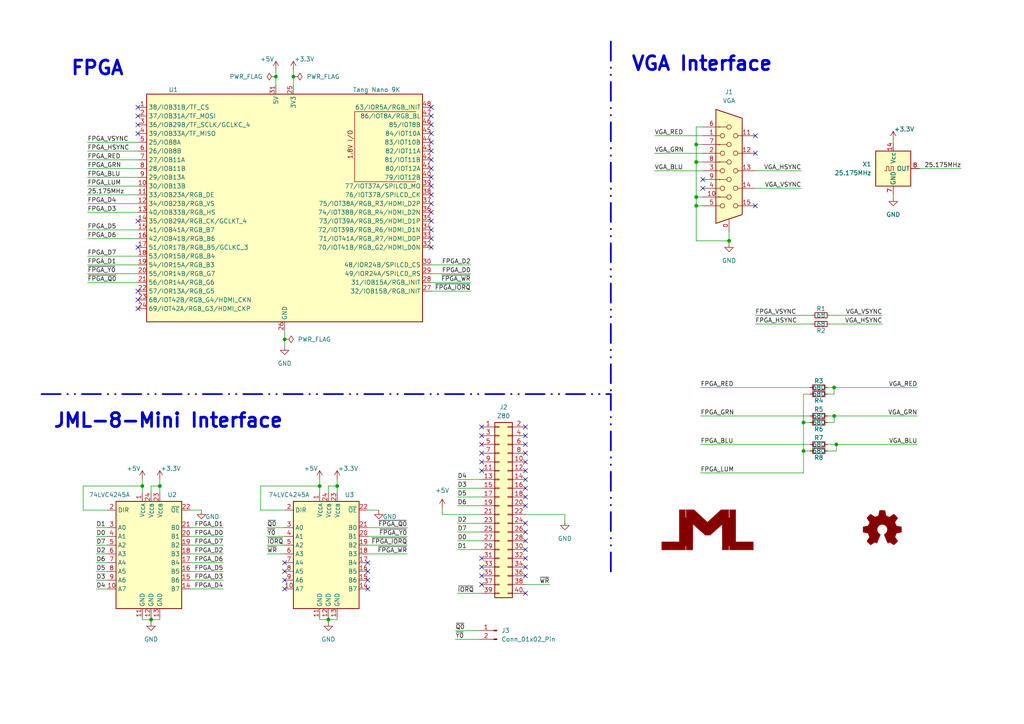
<source format=kicad_sch>
(kicad_sch (version 20230121) (generator eeschema)
  (paper "A4")
  (title_block (title "JML-8-Mini VGA Daughterboard") (date "2024-01-20") (rev "A") (company "https://github.com/jac-oblong/JML") (comment 1 "FPGA based VGA board for JML-8-Mini") (comment 3 "Released under MIT License") (comment 4 "Created by: Jacob Long (https://github.com/jac-oblong)"))
  (lib_symbols
    (symbol "74LVC4245A_1"
      (property "Reference" "U" (at 6.35 16.51 0))
      (symbol "74LVC4245A_1_1_1"
        (rectangle (start -10.16 15.24) (end 8.89 -15.875) (stroke (width 0.25)) (fill (type background)))
        (pin power_in line (at -2.54 17.78 270) (length 2.54) (name "V_{CCA}") (number "1"))
        (pin tri_state line (at -12.7 -10.16 0) (length 2.54) (name "A7") (number "10"))
        (pin power_in line (at -2.54 -18.415 90) (length 2.54) (name "GND") (number "11"))
        (pin power_in line (at 0 -18.415 90) (length 2.54) (name "GND") (number "12"))
        (pin power_in line (at 2.54 -18.415 90) (length 2.54) (name "GND") (number "13"))
        (pin tri_state line (at 11.43 -10.16 180) (length 2.54) (name "B7") (number "14"))
        (pin tri_state line (at 11.43 -7.62 180) (length 2.54) (name "B6") (number "15"))
        (pin tri_state line (at 11.43 -5.08 180) (length 2.54) (name "B5") (number "16"))
        (pin tri_state line (at 11.43 -2.54 180) (length 2.54) (name "B4") (number "17"))
        (pin tri_state line (at 11.43 0 180) (length 2.54) (name "B3") (number "18"))
        (pin tri_state line (at 11.43 2.54 180) (length 2.54) (name "B2") (number "19"))
        (pin input line (at -12.7 12.7 0) (length 2.54) (name "DIR") (number "2"))
        (pin tri_state line (at 11.43 5.08 180) (length 2.54) (name "B1") (number "20"))
        (pin tri_state line (at 11.43 7.62 180) (length 2.54) (name "B0") (number "21"))
        (pin input line (at 11.43 12.7 180) (length 2.54) (name "~{OE}") (number "22"))
        (pin power_in line (at 2.54 17.78 270) (length 2.54) (name "V_{CCB}") (number "23"))
        (pin power_in line (at 0 17.78 270) (length 2.54) (name "V_{CCB}") (number "24"))
        (pin tri_state line (at -12.7 7.62 0) (length 2.54) (name "A0") (number "3"))
        (pin tri_state line (at -12.7 5.08 0) (length 2.54) (name "A1") (number "4"))
        (pin tri_state line (at -12.7 2.54 0) (length 2.54) (name "A2") (number "5"))
        (pin tri_state line (at -12.7 0 0) (length 2.54) (name "A3") (number "6"))
        (pin tri_state line (at -12.7 -2.54 0) (length 2.54) (name "A4") (number "7"))
        (pin tri_state line (at -12.7 -5.08 0) (length 2.54) (name "A5") (number "8"))
        (pin tri_state line (at -12.7 -7.62 0) (length 2.54) (name "A6") (number "9"))
      )
    )
    (symbol "Connector:Conn_01x02_Pin" (pin_names (offset 1.016) hide)
      (property "Reference" "J" (at 0 2.54 0))
      (property "Value" "Conn_01x02_Pin" (at 0 -5.08 0))
      (symbol "Conn_01x02_Pin_1_1"
        (polyline (pts (xy 1.27 -2.54) (xy 0.8636 -2.54)) (stroke (width 0.1524)))
        (polyline (pts (xy 1.27 0) (xy 0.8636 0)) (stroke (width 0.1524)))
        (rectangle (start 0.8636 -2.413) (end 0 -2.667) (stroke (width 0.1524)) (fill (type outline)))
        (rectangle (start 0.8636 0.127) (end 0 -0.127) (stroke (width 0.1524)) (fill (type outline)))
        (pin passive line (at 5.08 0 180) (length 3.81) (name "Pin_1") (number "1"))
        (pin passive line (at 5.08 -2.54 180) (length 3.81) (name "Pin_2") (number "2"))
      )
    )
    (symbol "Connector:DE15_Receptacle_HighDensity_MountingHoles" (pin_names (offset 1.016) hide)
      (property "Reference" "J" (at 0 21.59 0))
      (property "Value" "DE15_Receptacle_HighDensity_MountingHoles" (at 0 19.05 0))
      (symbol "DE15_Receptacle_HighDensity_MountingHoles_0_1"
        (circle (center -1.905 -10.16) (radius 0.635))
        (circle (center -1.905 -5.08) (radius 0.635))
        (circle (center -1.905 0) (radius 0.635))
        (circle (center -1.905 5.08) (radius 0.635))
        (circle (center -1.905 10.16) (radius 0.635))
        (circle (center 0 -7.62) (radius 0.635))
        (circle (center 0 -2.54) (radius 0.635))
        (polyline (pts (xy -3.175 7.62) (xy -0.635 7.62)))
        (polyline (pts (xy -0.635 -7.62) (xy -3.175 -7.62)))
        (polyline (pts (xy -0.635 -2.54) (xy -3.175 -2.54)))
        (polyline (pts (xy -0.635 2.54) (xy -3.175 2.54)))
        (polyline (pts (xy -0.635 12.7) (xy -3.175 12.7)))
        (polyline (pts (xy -3.81 17.78) (xy -3.81 -15.24) (xy 3.81 -12.7) (xy 3.81 15.24) (xy -3.81 17.78)) (stroke (width 0.254)) (fill (type background)))
        (circle (center 0 2.54) (radius 0.635))
        (circle (center 0 7.62) (radius 0.635))
        (circle (center 0 12.7) (radius 0.635))
        (circle (center 1.905 -10.16) (radius 0.635))
        (circle (center 1.905 -5.08) (radius 0.635))
        (circle (center 1.905 0) (radius 0.635))
        (circle (center 1.905 5.08) (radius 0.635))
        (circle (center 1.905 10.16) (radius 0.635))
      )
      (symbol "DE15_Receptacle_HighDensity_MountingHoles_1_1"
        (pin passive line (at 0 -17.78 90) (length 3.81) (name "~") (number "0"))
        (pin passive line (at -7.62 10.16 0) (length 5.08) (name "~") (number "1"))
        (pin passive line (at -7.62 -7.62 0) (length 5.08) (name "~") (number "10"))
        (pin passive line (at 7.62 10.16 180) (length 5.08) (name "~") (number "11"))
        (pin passive line (at 7.62 5.08 180) (length 5.08) (name "~") (number "12"))
        (pin passive line (at 7.62 0 180) (length 5.08) (name "~") (number "13"))
        (pin passive line (at 7.62 -5.08 180) (length 5.08) (name "~") (number "14"))
        (pin passive line (at 7.62 -10.16 180) (length 5.08) (name "~") (number "15"))
        (pin passive line (at -7.62 5.08 0) (length 5.08) (name "~") (number "2"))
        (pin passive line (at -7.62 0 0) (length 5.08) (name "~") (number "3"))
        (pin passive line (at -7.62 -5.08 0) (length 5.08) (name "~") (number "4"))
        (pin passive line (at -7.62 -10.16 0) (length 5.08) (name "~") (number "5"))
        (pin passive line (at -7.62 12.7 0) (length 5.08) (name "~") (number "6"))
        (pin passive line (at -7.62 7.62 0) (length 5.08) (name "~") (number "7"))
        (pin passive line (at -7.62 2.54 0) (length 5.08) (name "~") (number "8"))
        (pin passive line (at -7.62 -2.54 0) (length 5.08) (name "~") (number "9"))
      )
    )
    (symbol "Connector_Generic:Conn_02x20_Odd_Even" (pin_names (offset 1.016) hide)
      (property "Reference" "J" (at 1.27 25.4 0))
      (property "Value" "Conn_02x20_Odd_Even" (at 1.27 -27.94 0))
      (symbol "Conn_02x20_Odd_Even_1_1"
        (rectangle (start -1.27 -25.273) (end 0 -25.527) (stroke (width 0.1524)))
        (rectangle (start -1.27 -22.733) (end 0 -22.987) (stroke (width 0.1524)))
        (rectangle (start -1.27 -20.193) (end 0 -20.447) (stroke (width 0.1524)))
        (rectangle (start -1.27 -17.653) (end 0 -17.907) (stroke (width 0.1524)))
        (rectangle (start -1.27 -15.113) (end 0 -15.367) (stroke (width 0.1524)))
        (rectangle (start -1.27 -12.573) (end 0 -12.827) (stroke (width 0.1524)))
        (rectangle (start -1.27 -10.033) (end 0 -10.287) (stroke (width 0.1524)))
        (rectangle (start -1.27 -7.493) (end 0 -7.747) (stroke (width 0.1524)))
        (rectangle (start -1.27 -4.953) (end 0 -5.207) (stroke (width 0.1524)))
        (rectangle (start -1.27 -2.413) (end 0 -2.667) (stroke (width 0.1524)))
        (rectangle (start -1.27 0.127) (end 0 -0.127) (stroke (width 0.1524)))
        (rectangle (start -1.27 2.667) (end 0 2.413) (stroke (width 0.1524)))
        (rectangle (start -1.27 5.207) (end 0 4.953) (stroke (width 0.1524)))
        (rectangle (start -1.27 7.747) (end 0 7.493) (stroke (width 0.1524)))
        (rectangle (start -1.27 10.287) (end 0 10.033) (stroke (width 0.1524)))
        (rectangle (start -1.27 12.827) (end 0 12.573) (stroke (width 0.1524)))
        (rectangle (start -1.27 15.367) (end 0 15.113) (stroke (width 0.1524)))
        (rectangle (start -1.27 17.907) (end 0 17.653) (stroke (width 0.1524)))
        (rectangle (start -1.27 20.447) (end 0 20.193) (stroke (width 0.1524)))
        (rectangle (start -1.27 22.987) (end 0 22.733) (stroke (width 0.1524)))
        (rectangle (start -1.27 24.13) (end 3.81 -26.67) (stroke (width 0.254)) (fill (type background)))
        (rectangle (start 3.81 -25.273) (end 2.54 -25.527) (stroke (width 0.1524)))
        (rectangle (start 3.81 -22.733) (end 2.54 -22.987) (stroke (width 0.1524)))
        (rectangle (start 3.81 -20.193) (end 2.54 -20.447) (stroke (width 0.1524)))
        (rectangle (start 3.81 -17.653) (end 2.54 -17.907) (stroke (width 0.1524)))
        (rectangle (start 3.81 -15.113) (end 2.54 -15.367) (stroke (width 0.1524)))
        (rectangle (start 3.81 -12.573) (end 2.54 -12.827) (stroke (width 0.1524)))
        (rectangle (start 3.81 -10.033) (end 2.54 -10.287) (stroke (width 0.1524)))
        (rectangle (start 3.81 -7.493) (end 2.54 -7.747) (stroke (width 0.1524)))
        (rectangle (start 3.81 -4.953) (end 2.54 -5.207) (stroke (width 0.1524)))
        (rectangle (start 3.81 -2.413) (end 2.54 -2.667) (stroke (width 0.1524)))
        (rectangle (start 3.81 0.127) (end 2.54 -0.127) (stroke (width 0.1524)))
        (rectangle (start 3.81 2.667) (end 2.54 2.413) (stroke (width 0.1524)))
        (rectangle (start 3.81 5.207) (end 2.54 4.953) (stroke (width 0.1524)))
        (rectangle (start 3.81 7.747) (end 2.54 7.493) (stroke (width 0.1524)))
        (rectangle (start 3.81 10.287) (end 2.54 10.033) (stroke (width 0.1524)))
        (rectangle (start 3.81 12.827) (end 2.54 12.573) (stroke (width 0.1524)))
        (rectangle (start 3.81 15.367) (end 2.54 15.113) (stroke (width 0.1524)))
        (rectangle (start 3.81 17.907) (end 2.54 17.653) (stroke (width 0.1524)))
        (rectangle (start 3.81 20.447) (end 2.54 20.193) (stroke (width 0.1524)))
        (rectangle (start 3.81 22.987) (end 2.54 22.733) (stroke (width 0.1524)))
        (pin passive line (at -5.08 22.86 0) (length 3.81) (name "Pin_1") (number "1"))
        (pin passive line (at 7.62 12.7 180) (length 3.81) (name "Pin_10") (number "10"))
        (pin passive line (at -5.08 10.16 0) (length 3.81) (name "Pin_11") (number "11"))
        (pin passive line (at 7.62 10.16 180) (length 3.81) (name "Pin_12") (number "12"))
        (pin passive line (at -5.08 7.62 0) (length 3.81) (name "Pin_13") (number "13"))
        (pin passive line (at 7.62 7.62 180) (length 3.81) (name "Pin_14") (number "14"))
        (pin passive line (at -5.08 5.08 0) (length 3.81) (name "Pin_15") (number "15"))
        (pin passive line (at 7.62 5.08 180) (length 3.81) (name "Pin_16") (number "16"))
        (pin passive line (at -5.08 2.54 0) (length 3.81) (name "Pin_17") (number "17"))
        (pin passive line (at 7.62 2.54 180) (length 3.81) (name "Pin_18") (number "18"))
        (pin passive line (at -5.08 0 0) (length 3.81) (name "Pin_19") (number "19"))
        (pin passive line (at 7.62 22.86 180) (length 3.81) (name "Pin_2") (number "2"))
        (pin passive line (at 7.62 0 180) (length 3.81) (name "Pin_20") (number "20"))
        (pin passive line (at -5.08 -2.54 0) (length 3.81) (name "Pin_21") (number "21"))
        (pin passive line (at 7.62 -2.54 180) (length 3.81) (name "Pin_22") (number "22"))
        (pin passive line (at -5.08 -5.08 0) (length 3.81) (name "Pin_23") (number "23"))
        (pin passive line (at 7.62 -5.08 180) (length 3.81) (name "Pin_24") (number "24"))
        (pin passive line (at -5.08 -7.62 0) (length 3.81) (name "Pin_25") (number "25"))
        (pin passive line (at 7.62 -7.62 180) (length 3.81) (name "Pin_26") (number "26"))
        (pin passive line (at -5.08 -10.16 0) (length 3.81) (name "Pin_27") (number "27"))
        (pin passive line (at 7.62 -10.16 180) (length 3.81) (name "Pin_28") (number "28"))
        (pin passive line (at -5.08 -12.7 0) (length 3.81) (name "Pin_29") (number "29"))
        (pin passive line (at -5.08 20.32 0) (length 3.81) (name "Pin_3") (number "3"))
        (pin passive line (at 7.62 -12.7 180) (length 3.81) (name "Pin_30") (number "30"))
        (pin passive line (at -5.08 -15.24 0) (length 3.81) (name "Pin_31") (number "31"))
        (pin passive line (at 7.62 -15.24 180) (length 3.81) (name "Pin_32") (number "32"))
        (pin passive line (at -5.08 -17.78 0) (length 3.81) (name "Pin_33") (number "33"))
        (pin passive line (at 7.62 -17.78 180) (length 3.81) (name "Pin_34") (number "34"))
        (pin passive line (at -5.08 -20.32 0) (length 3.81) (name "Pin_35") (number "35"))
        (pin passive line (at 7.62 -20.32 180) (length 3.81) (name "Pin_36") (number "36"))
        (pin passive line (at -5.08 -22.86 0) (length 3.81) (name "Pin_37") (number "37"))
        (pin passive line (at 7.62 -22.86 180) (length 3.81) (name "Pin_38") (number "38"))
        (pin passive line (at -5.08 -25.4 0) (length 3.81) (name "Pin_39") (number "39"))
        (pin passive line (at 7.62 20.32 180) (length 3.81) (name "Pin_4") (number "4"))
        (pin passive line (at 7.62 -25.4 180) (length 3.81) (name "Pin_40") (number "40"))
        (pin passive line (at -5.08 17.78 0) (length 3.81) (name "Pin_5") (number "5"))
        (pin passive line (at 7.62 17.78 180) (length 3.81) (name "Pin_6") (number "6"))
        (pin passive line (at -5.08 15.24 0) (length 3.81) (name "Pin_7") (number "7"))
        (pin passive line (at 7.62 15.24 180) (length 3.81) (name "Pin_8") (number "8"))
        (pin passive line (at -5.08 12.7 0) (length 3.81) (name "Pin_9") (number "9"))
      )
    )
    (symbol "Device:R_Small" (pin_numbers hide) (pin_names (offset 0.254) hide)
      (property "Reference" "R" (at 0.762 0.508 0))
      (property "Value" "R_Small" (at 0.762 -1.016 0))
      (symbol "R_Small_0_1"
        (rectangle (start -0.762 1.778) (end 0.762 -1.778) (stroke (width 0.2032)))
      )
      (symbol "R_Small_1_1"
        (pin passive line (at 0 2.54 270) (length 0.762) (name "~") (number "1"))
        (pin passive line (at 0 -2.54 90) (length 0.762) (name "~") (number "2"))
      )
    )
    (symbol "Graphic:Logo_Open_Hardware_Small" (in_bom no) (on_board no)
      (symbol "Logo_Open_Hardware_Small_0_1"
        (polyline (pts (xy 3.3528 -4.3434) (xy 3.302 -4.318) (xy 3.175 -4.2418) (xy 2.9972 -4.1148) (xy 2.7686 -3.9624) (xy 2.54 -3.81) (xy 2.3622 -3.7084) (xy 2.2352 -3.6068) (xy 2.1844 -3.5814) (xy 2.159 -3.6068) (xy 2.0574 -3.6576) (xy 1.905 -3.7338) (xy 1.8034 -3.7846) (xy 1.6764 -3.8354) (xy 1.6002 -3.8354) (xy 1.6002 -3.8354) (xy 1.5494 -3.7338) (xy 1.4732 -3.5306) (xy 1.3462 -3.302) (xy 1.2446 -3.0226) (xy 1.1176 -2.7178) (xy 0.9652 -2.413) (xy 0.8636 -2.1082) (xy 0.7366 -1.8288) (xy 0.6604 -1.6256) (xy 0.6096 -1.4732) (xy 0.5842 -1.397) (xy 0.5842 -1.397) (xy 0.6604 -1.3208) (xy 0.7874 -1.2446) (xy 1.0414 -1.016) (xy 1.2954 -0.6858) (xy 1.4478 -0.3302) (xy 1.524 0.0762) (xy 1.4732 0.4572) (xy 1.3208 0.8128) (xy 1.0668 1.143) (xy 0.762 1.3716) (xy 0.4064 1.524) (xy 0 1.5748) (xy -0.381 1.5494) (xy -0.7366 1.397) (xy -1.0668 1.143) (xy -1.2192 0.9906) (xy -1.397 0.6604) (xy -1.524 0.3048) (xy -1.524 0.2286) (xy -1.4986 -0.1778) (xy -1.397 -0.5334) (xy -1.1938 -0.8636) (xy -0.9144 -1.143) (xy -0.8636 -1.1684) (xy -0.7366 -1.27) (xy -0.635 -1.3462) (xy -0.5842 -1.397) (xy -1.0668 -2.5908) (xy -1.143 -2.794) (xy -1.2954 -3.1242) (xy -1.397 -3.4036) (xy -1.4986 -3.6322) (xy -1.5748 -3.7846) (xy -1.6002 -3.8354) (xy -1.6002 -3.8354) (xy -1.651 -3.8354) (xy -1.7272 -3.81) (xy -1.905 -3.7338) (xy -2.0066 -3.683) (xy -2.1336 -3.6068) (xy -2.2098 -3.5814) (xy -2.2606 -3.6068) (xy -2.3622 -3.683) (xy -2.54 -3.81) (xy -2.7686 -3.9624) (xy -2.9718 -4.0894) (xy -3.1496 -4.2164) (xy -3.302 -4.318) (xy -3.3528 -4.3434) (xy -3.3782 -4.3434) (xy -3.429 -4.318) (xy -3.5306 -4.2164) (xy -3.7084 -4.064) (xy -3.937 -3.8354) (xy -3.9624 -3.81) (xy -4.1656 -3.6068) (xy -4.318 -3.4544) (xy -4.4196 -3.3274) (xy -4.445 -3.2766) (xy -4.445 -3.2766) (xy -4.4196 -3.2258) (xy -4.318 -3.0734) (xy -4.2164 -2.8956) (xy -4.064 -2.667) (xy -3.6576 -2.0828) (xy -3.8862 -1.5494) (xy -3.937 -1.3716) (xy -4.0386 -1.1684) (xy -4.0894 -1.0414) (xy -4.1148 -0.9652) (xy -4.191 -0.9398) (xy -4.318 -0.9144) (xy -4.5466 -0.8636) (xy -4.8006 -0.8128) (xy -5.0546 -0.7874) (xy -5.2578 -0.7366) (xy -5.4356 -0.7112) (xy -5.5118 -0.6858) (xy -5.5118 -0.6858) (xy -5.5372 -0.635) (xy -5.5372 -0.5588) (xy -5.5372 -0.4318) (xy -5.5626 -0.2286) (xy -5.5626 0.0762) (xy -5.5626 0.127) (xy -5.5372 0.4064) (xy -5.5372 0.635) (xy -5.5372 0.762) (xy -5.5372 0.8382) (xy -5.5372 0.8382) (xy -5.461 0.8382) (xy -5.3086 0.889) (xy -5.08 0.9144) (xy -4.826 0.9652) (xy -4.8006 0.9906) (xy -4.5466 1.0414) (xy -4.318 1.0668) (xy -4.1656 1.1176) (xy -4.0894 1.143) (xy -4.0894 1.143) (xy -4.0386 1.2446) (xy -3.9624 1.4224) (xy -3.8608 1.6256) (xy -3.7846 1.8288) (xy -3.7084 2.0066) (xy -3.6576 2.159) (xy -3.6322 2.2098) (xy -3.6322 2.2098) (xy -3.683 2.286) (xy -3.7592 2.413) (xy -3.8862 2.5908) (xy -4.064 2.8194) (xy -4.064 2.8448) (xy -4.2164 3.0734) (xy -4.3434 3.2512) (xy -4.4196 3.3782) (xy -4.445 3.4544) (xy -4.445 3.4544) (xy -4.3942 3.5052) (xy -4.2926 3.6322) (xy -4.1148 3.81) (xy -3.937 4.0132) (xy -3.8608 4.064) (xy -3.6576 4.2926) (xy -3.5052 4.4196) (xy -3.4036 4.4958) (xy -3.3528 4.5212) (xy -3.3528 4.5212) (xy -3.302 4.4704) (xy -3.1496 4.3688) (xy -2.9718 4.2418) (xy -2.7432 4.0894) (xy -2.7178 4.0894) (xy -2.4892 3.937) (xy -2.3114 3.81) (xy -2.1844 3.7084) (xy -2.1336 3.683) (xy -2.1082 3.683) (xy -2.032 3.7084) (xy -1.8542 3.7592) (xy -1.6764 3.8354) (xy -1.4732 3.937) (xy -1.27 4.0132) (xy -1.143 4.064) (xy -1.0668 4.1148) (xy -1.0668 4.1148) (xy -1.0414 4.191) (xy -1.016 4.3434) (xy -0.9652 4.572) (xy -0.9144 4.8514) (xy -0.889 4.9022) (xy -0.8382 5.1562) (xy -0.8128 5.3848) (xy -0.7874 5.5372) (xy -0.762 5.588) (xy -0.7112 5.6134) (xy -0.5842 5.6134) (xy -0.4064 5.6134) (xy -0.1524 5.6134) (xy 0.0762 5.6134) (xy 0.3302 5.6134) (xy 0.5334 5.6134) (xy 0.6858 5.588) (xy 0.7366 5.588) (xy 0.7366 5.588) (xy 0.762 5.5118) (xy 0.8128 5.334) (xy 0.8382 5.1054) (xy 0.9144 4.826) (xy 0.9144 4.7752) (xy 0.9652 4.5212) (xy 1.016 4.2926) (xy 1.0414 4.1402) (xy 1.0668 4.0894) (xy 1.0668 4.0894) (xy 1.1938 4.0386) (xy 1.3716 3.9624) (xy 1.5748 3.8608) (xy 2.0828 3.6576) (xy 2.7178 4.0894) (xy 2.7686 4.1402) (xy 2.9972 4.2926) (xy 3.175 4.4196) (xy 3.302 4.4958) (xy 3.3782 4.5212) (xy 3.3782 4.5212) (xy 3.429 4.4704) (xy 3.556 4.3434) (xy 3.7338 4.191) (xy 3.9116 3.9878) (xy 4.064 3.8354) (xy 4.2418 3.6576) (xy 4.3434 3.556) (xy 4.4196 3.4798) (xy 4.4196 3.429) (xy 4.4196 3.4036) (xy 4.3942 3.3274) (xy 4.2926 3.2004) (xy 4.1656 2.9972) (xy 4.0132 2.794) (xy 3.8862 2.5908) (xy 3.7592 2.3876) (xy 3.6576 2.2352) (xy 3.6322 2.159) (xy 3.6322 2.1336) (xy 3.683 2.0066) (xy 3.7592 1.8288) (xy 3.8608 1.6002) (xy 4.064 1.1176) (xy 4.3942 1.0414) (xy 4.5974 1.016) (xy 4.8768 0.9652) (xy 5.1308 0.9144) (xy 5.5372 0.8382) (xy 5.5626 -0.6604) (xy 5.4864 -0.6858) (xy 5.4356 -0.6858) (xy 5.2832 -0.7366) (xy 5.0546 -0.762) (xy 4.8006 -0.8128) (xy 4.5974 -0.8636) (xy 4.3688 -0.9144) (xy 4.2164 -0.9398) (xy 4.1402 -0.9398) (xy 4.1148 -0.9652) (xy 4.064 -1.0668) (xy 3.9878 -1.2446) (xy 3.9116 -1.4478) (xy 3.81 -1.651) (xy 3.7338 -1.8542) (xy 3.683 -2.0066) (xy 3.6576 -2.0828) (xy 3.683 -2.1336) (xy 3.7846 -2.2606) (xy 3.8862 -2.4638) (xy 4.0386 -2.667) (xy 4.191 -2.8956) (xy 4.318 -3.0734) (xy 4.3942 -3.2004) (xy 4.445 -3.2766) (xy 4.4196 -3.3274) (xy 4.3434 -3.429) (xy 4.1656 -3.5814) (xy 3.937 -3.8354) (xy 3.8862 -3.8608) (xy 3.683 -4.064) (xy 3.5306 -4.2164) (xy 3.4036 -4.318) (xy 3.3528 -4.3434)) (fill (type outline)))
      )
    )
    (symbol "JML:74LVC4245A"
      (property "Reference" "U" (at 6.35 16.51 0))
      (symbol "74LVC4245A_1_1"
        (rectangle (start -10.16 15.24) (end 8.89 -15.875) (stroke (width 0.25)) (fill (type background)))
        (pin power_in line (at -2.54 17.78 270) (length 2.54) (name "V_{CCA}") (number "1"))
        (pin tri_state line (at -12.7 -10.16 0) (length 2.54) (name "A7") (number "10"))
        (pin power_in line (at -2.54 -18.415 90) (length 2.54) (name "GND") (number "11"))
        (pin power_in line (at 0 -18.415 90) (length 2.54) (name "GND") (number "12"))
        (pin power_in line (at 2.54 -18.415 90) (length 2.54) (name "GND") (number "13"))
        (pin tri_state line (at 11.43 -10.16 180) (length 2.54) (name "B7") (number "14"))
        (pin tri_state line (at 11.43 -7.62 180) (length 2.54) (name "B6") (number "15"))
        (pin tri_state line (at 11.43 -5.08 180) (length 2.54) (name "B5") (number "16"))
        (pin tri_state line (at 11.43 -2.54 180) (length 2.54) (name "B4") (number "17"))
        (pin tri_state line (at 11.43 0 180) (length 2.54) (name "B3") (number "18"))
        (pin tri_state line (at 11.43 2.54 180) (length 2.54) (name "B2") (number "19"))
        (pin input line (at -12.7 12.7 0) (length 2.54) (name "DIR") (number "2"))
        (pin tri_state line (at 11.43 5.08 180) (length 2.54) (name "B1") (number "20"))
        (pin tri_state line (at 11.43 7.62 180) (length 2.54) (name "B0") (number "21"))
        (pin input line (at 11.43 12.7 180) (length 2.54) (name "~{OE}") (number "22"))
        (pin power_in line (at 2.54 17.78 270) (length 2.54) (name "V_{CCB}") (number "23"))
        (pin power_in line (at 0 17.78 270) (length 2.54) (name "V_{CCB}") (number "24"))
        (pin tri_state line (at -12.7 7.62 0) (length 2.54) (name "A0") (number "3"))
        (pin tri_state line (at -12.7 5.08 0) (length 2.54) (name "A1") (number "4"))
        (pin tri_state line (at -12.7 2.54 0) (length 2.54) (name "A2") (number "5"))
        (pin tri_state line (at -12.7 0 0) (length 2.54) (name "A3") (number "6"))
        (pin tri_state line (at -12.7 -2.54 0) (length 2.54) (name "A4") (number "7"))
        (pin tri_state line (at -12.7 -5.08 0) (length 2.54) (name "A5") (number "8"))
        (pin tri_state line (at -12.7 -7.62 0) (length 2.54) (name "A6") (number "9"))
      )
    )
    (symbol "JML:JML_Logo" (pin_names (offset 1.016))
      (symbol "JML_Logo_0_0"
        (polyline (pts (xy -7.5639 -5.2528) (xy -7.5639 -4.6692) (xy -7.4472 -4.6692) (xy -7.3305 -4.6692) (xy -7.3305 -5.2528) (xy -7.3305 -5.8364) (xy -6.3736 -5.8364) (xy -5.4167 -5.8364) (xy -5.4047 -2.098) (xy -5.3928 1.6404) (xy -4.3905 0.7385) (xy -4.181 0.5501) (xy -3.8508 0.2536) (xy -3.5091 -0.0529) (xy -3.1758 -0.3514) (xy -2.8715 -0.6237) (xy -2.6162 -0.8515) (xy -1.8443 -1.5396) (xy -1.1204 -1.5402) (xy -0.3966 -1.5409) (xy 1.3542 0.0075) (xy 3.105 1.5559) (xy 3.117 -2.1402) (xy 3.1289 -5.8364) (xy 4.0625 -5.8364) (xy 4.996 -5.8364) (xy 4.996 -5.2528) (xy 4.996 -4.6692) (xy 5.1127 -4.6692) (xy 5.2295 -4.6692) (xy 5.2295 -5.2528) (xy 5.2295 -5.8364) (xy 8.6846 -5.8364) (xy 12.1397 -5.8364) (xy 12.1397 -4.6692) (xy 12.1397 -3.5019) (xy 9.5717 -3.5019) (xy 7.0037 -3.5019) (xy 7.0037 1.1672) (xy 7.0037 5.8363) (xy 6.1166 5.8363) (xy 5.2295 5.8363) (xy 5.2295 4.6691) (xy 5.2295 3.5018) (xy 5.1127 3.5018) (xy 4.996 3.5018) (xy 4.996 4.6691) (xy 4.996 5.8363) (xy 3.8871 5.8359) (xy 2.7782 5.8355) (xy 0.8204 4.0383) (xy 0.5455 3.7862) (xy 0.1997 3.47) (xy -0.1208 3.1777) (xy -0.41 2.9149) (xy -0.6616 2.6873) (xy -0.8693 2.5005) (xy -1.0271 2.3602) (xy -1.1285 2.2718) (xy -1.1675 2.2411) (xy -1.1733 2.2433) (xy -1.2035 2.2646) (xy -1.2609 2.3119) (xy -1.3496 2.389) (xy -1.4739 2.4995) (xy -1.6378 2.6473) (xy -1.8454 2.8361) (xy -2.1009 3.0696) (xy -2.4084 3.3515) (xy -2.772 3.6857) (xy -3.1959 4.0758) (xy -3.6841 4.5257) (xy -3.8069 4.6388) (xy -4.0779 4.888) (xy -4.3301 5.1194) (xy -4.5537 5.3238) (xy -4.7385 5.4923) (xy -4.8747 5.6156) (xy -4.9522 5.6846) (xy -5.1275 5.8363) (xy -6.229 5.8363) (xy -7.3305 5.8363) (xy -7.3305 4.6691) (xy -7.3305 3.5018) (xy -7.4472 3.5018) (xy -7.5639 3.5018) (xy -7.5639 4.6691) (xy -7.5639 5.8363) (xy -8.4511 5.8363) (xy -9.3382 5.8363) (xy -9.3382 1.1672) (xy -9.3382 -3.5019) (xy -11.9062 -3.5019) (xy -14.4742 -3.5019) (xy -14.4742 -4.6692) (xy -14.4742 -5.8364) (xy -11.0191 -5.8364) (xy -7.5639 -5.8364) (xy -7.5639 -5.2528)) (stroke (width 0.01)) (fill (type outline)))
      )
    )
    (symbol "JML:TangNano9K"
      (property "Reference" "U" (at -30.48 45.085 0))
      (symbol "TangNano9K_0_1"
        (polyline (pts (xy 38.1 38.735) (xy 20.32 38.735) (xy 20.32 18.415) (xy 38.1 18.415)))
      )
      (symbol "TangNano9K_1_1"
        (rectangle (start -40.005 43.815) (end 40.005 -22.225) (stroke (width 0.25)) (fill (type background)))
        (text "1.8V I/O" (at 19.05 29.21 900) (effects (font (size 1.27 1.27))))
        (pin bidirectional line (at -42.545 40.005 0) (length 2.54) (name "38/IOB31B/TF_CS") (number "1"))
        (pin bidirectional line (at -42.545 17.145 0) (length 2.54) (name "30/IOB13B") (number "10"))
        (pin bidirectional line (at -42.545 14.605 0) (length 2.54) (name "33/IOB23A/RGB_DE") (number "11"))
        (pin bidirectional line (at -42.545 12.065 0) (length 2.54) (name "34/IOB23B/RGB_VS") (number "12"))
        (pin bidirectional line (at -42.545 9.525 0) (length 2.54) (name "40/IOB33B/RGB_HS") (number "13"))
        (pin bidirectional line (at -42.545 6.985 0) (length 2.54) (name "35/IOB29A/RGB_CK/GCLKT_4") (number "14"))
        (pin bidirectional line (at -42.545 4.445 0) (length 2.54) (name "41/IOB41A/RGB_B7") (number "15"))
        (pin bidirectional line (at -42.545 1.905 0) (length 2.54) (name "42/IOB41B/RGB_B6") (number "16"))
        (pin bidirectional line (at -42.545 -0.635 0) (length 2.54) (name "51/IOR17B/RGB_B5/GCLKC_3") (number "17"))
        (pin bidirectional line (at -42.545 -3.175 0) (length 2.54) (name "53/IOR15B/RGB_B4") (number "18"))
        (pin bidirectional line (at -42.545 -5.715 0) (length 2.54) (name "54/IOR15A/RGB_B3") (number "19"))
        (pin bidirectional line (at -42.545 37.465 0) (length 2.54) (name "37/IOB31A/TF_MOSI") (number "2"))
        (pin bidirectional line (at -42.545 -8.255 0) (length 2.54) (name "55/IOR14B/RGB_G7") (number "20"))
        (pin bidirectional line (at -42.545 -10.795 0) (length 2.54) (name "56/IOR14A/RGB_G6") (number "21"))
        (pin bidirectional line (at -42.545 -13.335 0) (length 2.54) (name "57/IOR13A/RGB_G5") (number "22"))
        (pin bidirectional line (at -42.545 -15.875 0) (length 2.54) (name "68/IOT42B/RGB_G4/HDMI_CKN") (number "23"))
        (pin bidirectional line (at -42.545 -18.415 0) (length 2.54) (name "69/IOT42A/RGB_G3/HDMI_CKP") (number "24"))
        (pin power_in line (at 2.54 46.355 270) (length 2.54) (name "3V3") (number "25"))
        (pin power_in line (at 0 -24.765 90) (length 2.54) (name "GND") (number "26"))
        (pin bidirectional line (at 42.545 -13.335 180) (length 2.54) (name "32/IOB15B/RGB_INIT") (number "27"))
        (pin bidirectional line (at 42.545 -10.795 180) (length 2.54) (name "31/IOB15A/RGB_INIT") (number "28"))
        (pin bidirectional line (at 42.545 -8.255 180) (length 2.54) (name "49/IOR24A/SPILCD_RS") (number "29"))
        (pin bidirectional line (at -42.545 34.925 0) (length 2.54) (name "36/IOB29B/TF_SCLK/GCLKC_4") (number "3"))
        (pin bidirectional line (at 42.545 -5.715 180) (length 2.54) (name "48/IOR24B/SPILCD_CS") (number "30"))
        (pin power_in line (at -2.54 46.355 270) (length 2.54) (name "5V") (number "31"))
        (pin bidirectional line (at 42.545 -0.635 180) (length 2.54) (name "70/IOT41B/RGB_G2/HDMI_D0N") (number "32"))
        (pin bidirectional line (at 42.545 1.905 180) (length 2.54) (name "71/IOT41A/RGB_R7/HDMI_D0P") (number "33"))
        (pin bidirectional line (at 42.545 4.445 180) (length 2.54) (name "72/IOT39B/RGB_R6/HDMI_D1N") (number "34"))
        (pin bidirectional line (at 42.545 6.985 180) (length 2.54) (name "73/IOT39A/RGB_R5/HDMI_D1P") (number "35"))
        (pin bidirectional line (at 42.545 9.525 180) (length 2.54) (name "74/IOT38B/RGB_R4/HDMI_D2N") (number "36"))
        (pin bidirectional line (at 42.545 12.065 180) (length 2.54) (name "75/IOT38A/RGB_R3/HDMI_D2P") (number "37"))
        (pin bidirectional line (at 42.545 14.605 180) (length 2.54) (name "76/IOT37B/SPILCD_CK") (number "38"))
        (pin bidirectional line (at 42.545 17.145 180) (length 2.54) (name "77/IOT37A/SPILCD_MO") (number "39"))
        (pin bidirectional line (at -42.545 32.385 0) (length 2.54) (name "39/IOB33A/TF_MISO") (number "4"))
        (pin bidirectional line (at 42.545 19.685 180) (length 2.54) (name "79/IOT12B") (number "40"))
        (pin bidirectional line (at 42.545 22.225 180) (length 2.54) (name "80/IOT12A") (number "41"))
        (pin bidirectional line (at 42.545 24.765 180) (length 2.54) (name "81/IOT11B") (number "42"))
        (pin bidirectional line (at 42.545 27.305 180) (length 2.54) (name "82/IOT11A") (number "43"))
        (pin bidirectional line (at 42.545 29.845 180) (length 2.54) (name "83/IOT10B") (number "44"))
        (pin bidirectional line (at 42.545 32.385 180) (length 2.54) (name "84/IOT10A") (number "45"))
        (pin bidirectional line (at 42.545 34.925 180) (length 2.54) (name "85/IOT8B") (number "46"))
        (pin bidirectional line (at 42.545 37.465 180) (length 2.54) (name "86/IOT8A/RGB_BL") (number "47"))
        (pin bidirectional line (at 42.545 40.005 180) (length 2.54) (name "63/IOR5A/RGB_INIT") (number "48"))
        (pin bidirectional line (at -42.545 29.845 0) (length 2.54) (name "25/IOB8A") (number "5"))
        (pin bidirectional line (at -42.545 27.305 0) (length 2.54) (name "26/IOB8B") (number "6"))
        (pin bidirectional line (at -42.545 24.765 0) (length 2.54) (name "27/IOB11A") (number "7"))
        (pin bidirectional line (at -42.545 22.225 0) (length 2.54) (name "28/IOB11B") (number "8"))
        (pin bidirectional line (at -42.545 19.685 0) (length 2.54) (name "29/IOB13A") (number "9"))
      )
    )
    (symbol "Oscillator:ACO-xxxMHz" (pin_names (offset 0.254))
      (property "Reference" "X" (at -5.08 6.35 0))
      (property "Value" "ACO-xxxMHz" (at 1.27 -6.35 0))
      (symbol "ACO-xxxMHz_0_1"
        (rectangle (start -5.08 5.08) (end 5.08 -5.08) (stroke (width 0.254)) (fill (type background)))
        (polyline (pts (xy -2.54 -0.635) (xy -1.905 -0.635) (xy -1.905 0.635) (xy -1.27 0.635) (xy -1.27 -0.635) (xy -0.635 -0.635) (xy -0.635 0.635) (xy 0 0.635) (xy 0 -0.635)))
      )
      (symbol "ACO-xxxMHz_1_1"
        (pin no_connect line (at -5.08 2.54 0) (length 2.54) hide (name "NC") (number "1"))
        (pin power_in line (at 0 7.62 270) (length 2.54) (name "Vcc") (number "14"))
        (pin power_in line (at 0 -7.62 90) (length 2.54) (name "GND") (number "7"))
        (pin output line (at 7.62 0 180) (length 2.54) (name "OUT") (number "8"))
      )
    )
    (symbol "power:+3.3V" (power) (pin_names (offset 0))
      (property "Value" "+3.3V" (at 0 3.556 0))
      (symbol "+3.3V_0_1"
        (polyline (pts (xy -0.762 1.27) (xy 0 2.54)))
        (polyline (pts (xy 0 0) (xy 0 2.54)))
        (polyline (pts (xy 0 2.54) (xy 0.762 1.27)))
      )
      (symbol "+3.3V_1_1"
        (pin power_in line (at 0 0 90) (length 0) hide (name "+3.3V") (number "1"))
      )
    )
    (symbol "power:+5V" (power) (pin_names (offset 0))
      (property "Value" "+5V" (at 0 3.556 0))
      (symbol "+5V_0_1"
        (polyline (pts (xy -0.762 1.27) (xy 0 2.54)))
        (polyline (pts (xy 0 0) (xy 0 2.54)))
        (polyline (pts (xy 0 2.54) (xy 0.762 1.27)))
      )
      (symbol "+5V_1_1"
        (pin power_in line (at 0 0 90) (length 0) hide (name "+5V") (number "1"))
      )
    )
    (symbol "power:GND" (power) (pin_names (offset 0))
      (property "Value" "GND" (at 0 -3.81 0))
      (symbol "GND_0_1"
        (polyline (pts (xy 0 0) (xy 0 -1.27) (xy 1.27 -1.27) (xy 0 -2.54) (xy -1.27 -1.27) (xy 0 -1.27)))
      )
      (symbol "GND_1_1"
        (pin power_in line (at 0 0 270) (length 0) hide (name "GND") (number "1"))
      )
    )
    (symbol "power:PWR_FLAG" (power) (pin_numbers hide) (pin_names (offset 0) hide)
      (property "Value" "PWR_FLAG" (at 0 3.81 0))
      (symbol "PWR_FLAG_0_0"
        (pin power_out line (at 0 0 90) (length 0) (name "pwr") (number "1"))
      )
      (symbol "PWR_FLAG_0_1"
        (polyline (pts (xy 0 0) (xy 0 1.27) (xy -1.016 1.905) (xy 0 2.54) (xy 1.016 1.905) (xy 0 1.27)))
      )
    )
  )
  (junction (at 43.815 179.705))
  (junction (at 92.71 140.97))
  (junction (at 241.935 112.395))
  (junction (at 242.57 128.905))
  (junction (at 95.25 179.705))
  (junction (at 201.93 46.99))
  (junction (at 97.79 140.97))
  (junction (at 201.93 59.69))
  (junction (at 233.045 122.555))
  (junction (at 80.01 22.225))
  (junction (at 41.275 140.97))
  (junction (at 201.93 41.91))
  (junction (at 85.09 22.225))
  (junction (at 201.93 57.15))
  (junction (at 82.55 98.425))
  (junction (at 211.455 69.85))
  (junction (at 46.355 140.97))
  (junction (at 241.935 120.65))
  (junction (at 233.045 130.81))
  (no_connect (at 152.4 161.925))
  (no_connect (at 152.4 146.685))
  (no_connect (at 152.4 172.085))
  (no_connect (at 139.7 164.465))
  (no_connect (at 125.095 38.735))
  (no_connect (at 152.4 154.305))
  (no_connect (at 203.835 52.07))
  (no_connect (at 139.7 136.525))
  (no_connect (at 152.4 167.005))
  (no_connect (at 40.005 89.535))
  (no_connect (at 125.095 33.655))
  (no_connect (at 125.095 41.275))
  (no_connect (at 139.7 169.545))
  (no_connect (at 106.68 163.195))
  (no_connect (at 139.7 126.365))
  (no_connect (at 40.005 86.995))
  (no_connect (at 125.095 46.355))
  (no_connect (at 82.55 170.815))
  (no_connect (at 40.005 36.195))
  (no_connect (at 40.005 31.115))
  (no_connect (at 106.68 168.275))
  (no_connect (at 125.095 31.115))
  (no_connect (at 125.095 53.975))
  (no_connect (at 152.4 136.525))
  (no_connect (at 152.4 151.765))
  (no_connect (at 125.095 36.195))
  (no_connect (at 125.095 48.895))
  (no_connect (at 152.4 164.465))
  (no_connect (at 152.4 139.065))
  (no_connect (at 203.835 54.61))
  (no_connect (at 125.095 66.675))
  (no_connect (at 125.095 43.815))
  (no_connect (at 139.7 123.825))
  (no_connect (at 125.095 64.135))
  (no_connect (at 40.005 84.455))
  (no_connect (at 219.075 44.45))
  (no_connect (at 152.4 123.825))
  (no_connect (at 125.095 61.595))
  (no_connect (at 152.4 141.605))
  (no_connect (at 106.68 165.735))
  (no_connect (at 139.7 167.005))
  (no_connect (at 125.095 51.435))
  (no_connect (at 152.4 133.985))
  (no_connect (at 40.005 38.735))
  (no_connect (at 139.7 161.925))
  (no_connect (at 106.68 170.815))
  (no_connect (at 152.4 128.905))
  (no_connect (at 125.095 69.215))
  (no_connect (at 152.4 131.445))
  (no_connect (at 152.4 156.845))
  (no_connect (at 40.005 64.135))
  (no_connect (at 82.55 163.195))
  (no_connect (at 125.095 56.515))
  (no_connect (at 82.55 168.275))
  (no_connect (at 152.4 159.385))
  (no_connect (at 40.005 33.655))
  (no_connect (at 40.005 71.755))
  (no_connect (at 152.4 144.145))
  (no_connect (at 125.095 71.755))
  (no_connect (at 139.7 128.905))
  (no_connect (at 152.4 126.365))
  (no_connect (at 219.075 39.37))
  (no_connect (at 82.55 165.735))
  (no_connect (at 139.7 133.985))
  (no_connect (at 125.095 59.055))
  (no_connect (at 139.7 131.445))
  (no_connect (at 219.075 59.69))
  (wire (pts (xy 27.94 168.275) (xy 31.115 168.275)))
  (wire (pts (xy 80.01 20.32) (xy 80.01 22.225)))
  (wire (pts (xy 82.55 100.33) (xy 82.55 98.425)))
  (wire (pts (xy 240.03 122.555) (xy 241.935 122.555)))
  (wire (pts (xy 46.355 139.065) (xy 46.355 140.97)))
  (wire (pts (xy 24.13 147.955) (xy 24.13 140.97)))
  (wire (pts (xy 163.83 149.225) (xy 163.83 151.13)))
  (wire (pts (xy 201.93 46.99) (xy 203.835 46.99)))
  (polyline (pts (xy 12.065 114.3) (xy 177.165 114.3)) (stroke (width 0.5) (type dash_dot_dot)))
  (wire (pts (xy 241.935 112.395) (xy 266.065 112.395)))
  (wire (pts (xy 82.55 147.955) (xy 75.565 147.955)))
  (wire (pts (xy 85.09 22.225) (xy 85.09 24.765)))
  (wire (pts (xy 201.93 69.85) (xy 211.455 69.85)))
  (wire (pts (xy 240.03 130.81) (xy 242.57 130.81)))
  (wire (pts (xy 46.355 140.97) (xy 46.355 142.875)))
  (wire (pts (xy 203.2 137.16) (xy 233.045 137.16)))
  (wire (pts (xy 211.455 70.485) (xy 211.455 69.85)))
  (wire (pts (xy 31.115 147.955) (xy 24.13 147.955)))
  (wire (pts (xy 240.665 91.44) (xy 255.905 91.44)))
  (wire (pts (xy 201.93 36.83) (xy 201.93 41.91)))
  (wire (pts (xy 25.4 43.815) (xy 40.005 43.815)))
  (wire (pts (xy 80.01 22.225) (xy 80.01 24.765)))
  (wire (pts (xy 64.77 155.575) (xy 55.245 155.575)))
  (wire (pts (xy 106.68 160.655) (xy 118.11 160.655)))
  (wire (pts (xy 25.4 51.435) (xy 40.005 51.435)))
  (wire (pts (xy 201.93 46.99) (xy 201.93 57.15)))
  (wire (pts (xy 25.4 74.295) (xy 40.005 74.295)))
  (wire (pts (xy 25.4 76.835) (xy 40.005 76.835)))
  (wire (pts (xy 106.68 155.575) (xy 118.11 155.575)))
  (wire (pts (xy 132.715 146.685) (xy 139.7 146.685)))
  (wire (pts (xy 64.77 163.195) (xy 55.245 163.195)))
  (polyline (pts (xy 177.165 165.735) (xy 177.165 114.3)) (stroke (width 0.5) (type dash_dot_dot)))
  (wire (pts (xy 203.2 120.65) (xy 234.95 120.65)))
  (wire (pts (xy 219.075 93.98) (xy 235.585 93.98)))
  (wire (pts (xy 97.79 179.07) (xy 97.79 179.705)))
  (wire (pts (xy 92.71 179.07) (xy 92.71 179.705)))
  (wire (pts (xy 27.94 153.035) (xy 31.115 153.035)))
  (wire (pts (xy 25.4 46.355) (xy 40.005 46.355)))
  (wire (pts (xy 125.095 81.915) (xy 136.525 81.915)))
  (wire (pts (xy 27.94 160.655) (xy 31.115 160.655)))
  (wire (pts (xy 75.565 140.97) (xy 92.71 140.97)))
  (wire (pts (xy 139.7 139.065) (xy 132.715 139.065)))
  (wire (pts (xy 27.94 158.115) (xy 31.115 158.115)))
  (wire (pts (xy 132.715 144.145) (xy 139.7 144.145)))
  (wire (pts (xy 240.03 112.395) (xy 241.935 112.395)))
  (wire (pts (xy 203.835 36.83) (xy 201.93 36.83)))
  (wire (pts (xy 266.7 48.895) (xy 278.765 48.895)))
  (wire (pts (xy 201.93 59.69) (xy 201.93 69.85)))
  (wire (pts (xy 211.455 69.85) (xy 211.455 67.31)))
  (wire (pts (xy 136.525 79.375) (xy 125.095 79.375)))
  (wire (pts (xy 85.09 20.32) (xy 85.09 22.225)))
  (wire (pts (xy 240.665 93.98) (xy 255.905 93.98)))
  (wire (pts (xy 201.93 41.91) (xy 203.835 41.91)))
  (wire (pts (xy 128.27 149.225) (xy 139.7 149.225)))
  (wire (pts (xy 92.71 139.065) (xy 92.71 140.97)))
  (wire (pts (xy 97.79 139.065) (xy 97.79 140.97)))
  (wire (pts (xy 125.095 84.455) (xy 136.525 84.455)))
  (wire (pts (xy 64.77 153.035) (xy 55.245 153.035)))
  (wire (pts (xy 139.065 182.88) (xy 132.08 182.88)))
  (wire (pts (xy 139.7 159.385) (xy 132.715 159.385)))
  (wire (pts (xy 233.045 130.81) (xy 233.045 122.555)))
  (wire (pts (xy 203.835 57.15) (xy 201.93 57.15)))
  (wire (pts (xy 139.7 156.845) (xy 132.715 156.845)))
  (wire (pts (xy 58.42 147.955) (xy 55.245 147.955)))
  (wire (pts (xy 128.27 147.32) (xy 128.27 149.225)))
  (wire (pts (xy 25.4 69.215) (xy 40.005 69.215)))
  (wire (pts (xy 95.25 140.97) (xy 97.79 140.97)))
  (wire (pts (xy 24.13 140.97) (xy 41.275 140.97)))
  (wire (pts (xy 136.525 76.835) (xy 125.095 76.835)))
  (wire (pts (xy 189.865 44.45) (xy 203.835 44.45)))
  (wire (pts (xy 41.275 179.705) (xy 43.815 179.705)))
  (wire (pts (xy 241.935 114.3) (xy 241.935 112.395)))
  (wire (pts (xy 64.77 158.115) (xy 55.245 158.115)))
  (wire (pts (xy 97.79 140.97) (xy 97.79 142.875)))
  (wire (pts (xy 25.4 61.595) (xy 40.005 61.595)))
  (wire (pts (xy 234.95 114.3) (xy 233.045 114.3)))
  (wire (pts (xy 25.4 53.975) (xy 40.005 53.975)))
  (wire (pts (xy 106.68 158.115) (xy 118.11 158.115)))
  (wire (pts (xy 95.25 179.07) (xy 95.25 179.705)))
  (wire (pts (xy 27.94 163.195) (xy 31.115 163.195)))
  (polyline (pts (xy 177.165 12.065) (xy 177.165 114.3)) (stroke (width 0.5) (type dash_dot_dot)))
  (wire (pts (xy 27.94 170.815) (xy 31.115 170.815)))
  (wire (pts (xy 139.7 141.605) (xy 132.715 141.605)))
  (wire (pts (xy 259.08 40.64) (xy 259.08 41.275)))
  (wire (pts (xy 219.075 91.44) (xy 235.585 91.44)))
  (wire (pts (xy 43.815 179.07) (xy 43.815 179.705)))
  (wire (pts (xy 46.355 179.705) (xy 46.355 179.07)))
  (wire (pts (xy 64.77 160.655) (xy 55.245 160.655)))
  (wire (pts (xy 25.4 66.675) (xy 40.005 66.675)))
  (wire (pts (xy 25.4 48.895) (xy 40.005 48.895)))
  (wire (pts (xy 97.79 179.705) (xy 95.25 179.705)))
  (wire (pts (xy 219.075 49.53) (xy 232.41 49.53)))
  (wire (pts (xy 64.77 170.815) (xy 55.245 170.815)))
  (wire (pts (xy 41.275 179.07) (xy 41.275 179.705)))
  (wire (pts (xy 203.2 112.395) (xy 234.95 112.395)))
  (wire (pts (xy 64.77 168.275) (xy 55.245 168.275)))
  (wire (pts (xy 219.075 54.61) (xy 232.41 54.61)))
  (wire (pts (xy 92.71 140.97) (xy 92.71 142.875)))
  (wire (pts (xy 234.95 130.81) (xy 233.045 130.81)))
  (wire (pts (xy 201.93 57.15) (xy 201.93 59.69)))
  (wire (pts (xy 132.715 151.765) (xy 139.7 151.765)))
  (wire (pts (xy 25.4 41.275) (xy 40.005 41.275)))
  (wire (pts (xy 139.7 172.085) (xy 132.715 172.085)))
  (wire (pts (xy 27.94 155.575) (xy 31.115 155.575)))
  (wire (pts (xy 95.25 179.705) (xy 95.25 180.34)))
  (wire (pts (xy 242.57 130.81) (xy 242.57 128.905)))
  (wire (pts (xy 41.275 140.97) (xy 41.275 142.875)))
  (wire (pts (xy 240.03 120.65) (xy 241.935 120.65)))
  (wire (pts (xy 41.275 139.065) (xy 41.275 140.97)))
  (wire (pts (xy 75.565 147.955) (xy 75.565 140.97)))
  (wire (pts (xy 25.4 59.055) (xy 40.005 59.055)))
  (wire (pts (xy 203.2 128.905) (xy 234.95 128.905)))
  (wire (pts (xy 233.045 122.555) (xy 234.95 122.555)))
  (wire (pts (xy 240.03 128.905) (xy 242.57 128.905)))
  (wire (pts (xy 40.005 79.375) (xy 25.4 79.375)))
  (wire (pts (xy 109.855 147.955) (xy 106.68 147.955)))
  (wire (pts (xy 233.045 114.3) (xy 233.045 122.555)))
  (wire (pts (xy 139.7 154.305) (xy 132.715 154.305)))
  (wire (pts (xy 82.55 153.035) (xy 77.47 153.035)))
  (wire (pts (xy 43.815 140.97) (xy 46.355 140.97)))
  (wire (pts (xy 233.045 137.16) (xy 233.045 130.81)))
  (wire (pts (xy 241.935 120.65) (xy 266.065 120.65)))
  (wire (pts (xy 43.815 179.705) (xy 46.355 179.705)))
  (wire (pts (xy 259.08 57.15) (xy 259.08 56.515)))
  (wire (pts (xy 152.4 169.545) (xy 159.385 169.545)))
  (wire (pts (xy 43.815 179.705) (xy 43.815 180.34)))
  (wire (pts (xy 203.835 59.69) (xy 201.93 59.69)))
  (wire (pts (xy 152.4 149.225) (xy 163.83 149.225)))
  (wire (pts (xy 92.71 179.705) (xy 95.25 179.705)))
  (wire (pts (xy 95.25 142.875) (xy 95.25 140.97)))
  (wire (pts (xy 82.55 160.655) (xy 77.47 160.655)))
  (wire (pts (xy 82.55 95.885) (xy 82.55 98.425)))
  (wire (pts (xy 240.03 114.3) (xy 241.935 114.3)))
  (wire (pts (xy 106.68 153.035) (xy 118.11 153.035)))
  (wire (pts (xy 64.77 165.735) (xy 55.245 165.735)))
  (wire (pts (xy 82.55 158.115) (xy 77.47 158.115)))
  (wire (pts (xy 40.005 81.915) (xy 25.4 81.915)))
  (wire (pts (xy 201.93 41.91) (xy 201.93 46.99)))
  (wire (pts (xy 43.815 142.875) (xy 43.815 140.97)))
  (wire (pts (xy 203.835 49.53) (xy 189.865 49.53)))
  (wire (pts (xy 139.065 185.42) (xy 132.08 185.42)))
  (wire (pts (xy 25.4 56.515) (xy 40.005 56.515)))
  (wire (pts (xy 241.935 122.555) (xy 241.935 120.65)))
  (wire (pts (xy 82.55 155.575) (xy 77.47 155.575)))
  (wire (pts (xy 189.865 39.37) (xy 203.835 39.37)))
  (wire (pts (xy 242.57 128.905) (xy 266.065 128.905)))
  (wire (pts (xy 27.94 165.735) (xy 31.115 165.735)))
  (text "VGA Interface" (at 182.88 20.955 0) (effects (font (size 4 4) (thickness 0.8) bold) (justify left bottom)))
  (text "JML-8-Mini Interface" (at 15.24 124.46 0) (effects (font (size 4 4) (thickness 0.8) bold) (justify left bottom)))
  (text "FPGA" (at 20.32 22.225 0) (effects (font (size 4 4) (thickness 0.8) bold) (justify left bottom)))
  (label "D7" (at 132.715 154.305 0))
  (label "~{FPGA_IORQ}" (at 118.11 158.115 180))
  (label "FPGA_D7" (at 64.77 158.115 180))
  (label "VGA_HSYNC" (at 255.905 93.98 180))
  (label "D6" (at 27.94 163.195 0))
  (label "VGA_GRN" (at 266.065 120.65 180))
  (label "FPGA_VSYNC" (at 25.4 41.275 0))
  (label "~{Y0}" (at 77.47 155.575 0))
  (label "~{IORQ}" (at 132.715 172.085 0))
  (label "VGA_RED" (at 189.865 39.37 0))
  (label "~{Y0}" (at 132.08 185.42 0))
  (label "D7" (at 27.94 158.115 0))
  (label "D5" (at 27.94 165.735 0))
  (label "FPGA_D5" (at 64.77 165.735 180))
  (label "VGA_VSYNC" (at 255.905 91.44 180))
  (label "FPGA_D6" (at 25.4 69.215 0))
  (label "FPGA_RED" (at 203.2 112.395 0))
  (label "FPGA_D0" (at 136.525 79.375 180))
  (label "FPGA_BLU" (at 203.2 128.905 0))
  (label "25.175MHz" (at 278.765 48.895 180))
  (label "FPGA_D4" (at 64.77 170.815 180))
  (label "D4" (at 132.715 139.065 0))
  (label "FPGA_D3" (at 25.4 61.595 0))
  (label "~{FPGA_WR}" (at 136.525 81.915 180))
  (label "FPGA_LUM" (at 203.2 137.16 0))
  (label "~{FPGA_Y0}" (at 25.4 79.375 0))
  (label "D1" (at 27.94 153.035 0))
  (label "FPGA_D5" (at 25.4 66.675 0))
  (label "FPGA_HSYNC" (at 219.075 93.98 0))
  (label "FPGA_D4" (at 25.4 59.055 0))
  (label "D3" (at 132.715 141.605 0))
  (label "VGA_RED" (at 266.065 112.395 180))
  (label "D1" (at 132.715 159.385 0))
  (label "D2" (at 132.715 151.765 0))
  (label "FPGA_D1" (at 64.77 153.035 180))
  (label "D4" (at 27.94 170.815 0))
  (label "D2" (at 27.94 160.655 0))
  (label "~{Q0}" (at 132.08 182.88 0))
  (label "~{FPGA_Q0}" (at 25.4 81.915 0))
  (label "FPGA_D0" (at 64.77 155.575 180))
  (label "VGA_GRN" (at 189.865 44.45 0))
  (label "FPGA_D7" (at 25.4 74.295 0))
  (label "~{WR}" (at 159.385 169.545 180))
  (label "VGA_BLU" (at 189.865 49.53 0))
  (label "FPGA_RED" (at 25.4 46.355 0))
  (label "FPGA_GRN" (at 203.2 120.65 0))
  (label "~{FPGA_Q0}" (at 118.11 153.035 180))
  (label "D3" (at 27.94 168.275 0))
  (label "~{WR}" (at 77.47 160.655 0))
  (label "FPGA_LUM" (at 25.4 53.975 0))
  (label "FPGA_HSYNC" (at 25.4 43.815 0))
  (label "FPGA_VSYNC" (at 219.075 91.44 0))
  (label "~{FPGA_Y0}" (at 118.11 155.575 180))
  (label "~{FPGA_WR}" (at 118.11 160.655 180))
  (label "FPGA_D1" (at 25.4 76.835 0))
  (label "VGA_VSYNC" (at 232.41 54.61 180))
  (label "FPGA_D6" (at 64.77 163.195 180))
  (label "~{FPGA_IORQ}" (at 136.525 84.455 180))
  (label "FPGA_D3" (at 64.77 168.275 180))
  (label "D0" (at 132.715 156.845 0))
  (label "VGA_BLU" (at 266.065 128.905 180))
  (label "FPGA_D2" (at 136.525 76.835 180))
  (label "FPGA_D2" (at 64.77 160.655 180))
  (label "D0" (at 27.94 155.575 0))
  (label "~{IORQ}" (at 77.47 158.115 0))
  (label "FPGA_BLU" (at 25.4 51.435 0))
  (label "D5" (at 132.715 144.145 0))
  (label "~{Q0}" (at 77.47 153.035 0))
  (label "VGA_HSYNC" (at 232.41 49.53 180))
  (label "25.175MHz" (at 25.4 56.515 0))
  (label "D6" (at 132.715 146.685 0))
  (label "FPGA_GRN" (at 25.4 48.895 0))
  (symbol (lib_id "power:+3.3V") (at 97.79 139.065 0) (unit 1)
    (property "Reference" "#PWR013" (effects hide))
    (property "Value" "+3.3V" (at 100.965 135.89 0))
  )
  (symbol (lib_id "Connector:Conn_01x02_Pin") (at 144.145 182.88 0) (mirror y) (unit 1)
    (property "Reference" "J3" (at 145.415 182.88 0) (effects (justify right)))
    (property "Value" "Conn_01x02_Pin" (at 145.415 185.42 0) (effects (justify right)))
    (property "Footprint" "Connector_PinHeader_2.54mm:PinHeader_1x02_P2.54mm_Vertical" (effects hide))
  )
  (symbol (lib_id "power:PWR_FLAG") (at 80.01 22.225 90) (unit 1)
    (property "Reference" "#FLG01" (effects hide))
    (property "Value" "PWR_FLAG" (at 76.2 22.225 90) (effects (justify left)))
  )
  (symbol (lib_id "power:+5V") (at 128.27 147.32 0) (unit 1)
    (property "Reference" "#PWR03" (effects hide))
    (property "Value" "+5V" (at 128.27 142.24 0))
  )
  (symbol (lib_id "Device:R_Small") (at 237.49 114.3 90) (mirror x) (unit 1)
    (property "Reference" "R4" (at 237.49 116.205 90))
    (property "Value" "680" (at 237.49 114.3 90))
    (property "Footprint" "Resistor_SMD:R_0805_2012Metric_Pad1.20x1.40mm_HandSolder" (effects hide))
  )
  (symbol (lib_id "Device:R_Small") (at 237.49 120.65 90) (unit 1)
    (property "Reference" "R5" (at 237.49 118.745 90))
    (property "Value" "680" (at 237.49 120.65 90))
    (property "Footprint" "Resistor_SMD:R_0805_2012Metric_Pad1.20x1.40mm_HandSolder" (effects hide))
  )
  (symbol (lib_id "JML:74LVC4245A") (at 95.25 160.655 0) (unit 1)
    (property "Reference" "U3" (at 99.9841 143.51 0) (effects (justify left)))
    (property "Value" "74LVC4245A" (at 83.82 143.51 0))
    (property "Footprint" "Package_SO:TSSOP-24_4.4x7.8mm_P0.65mm" (effects hide))
  )
  (symbol (lib_id "power:PWR_FLAG") (at 85.09 22.225 270) (mirror x) (unit 1)
    (property "Reference" "#FLG02" (effects hide))
    (property "Value" "PWR_FLAG" (at 88.9 22.225 90) (effects (justify left)))
  )
  (symbol (lib_id "power:GND") (at 95.25 180.34 0) (unit 1)
    (property "Reference" "#PWR08" (effects hide))
    (property "Value" "GND" (at 95.25 185.42 0))
  )
  (symbol (lib_id "power:GND") (at 43.815 180.34 0) (unit 1)
    (property "Reference" "#PWR09" (effects hide))
    (property "Value" "GND" (at 43.815 185.42 0))
  )
  (symbol (lib_id "Device:R_Small") (at 237.49 130.81 90) (mirror x) (unit 1)
    (property "Reference" "R8" (at 237.49 132.715 90))
    (property "Value" "680" (at 237.49 130.81 90))
    (property "Footprint" "Resistor_SMD:R_0805_2012Metric_Pad1.20x1.40mm_HandSolder" (effects hide))
  )
  (symbol (lib_id "power:GND") (at 109.855 147.955 0) (unit 1)
    (property "Reference" "#PWR015" (effects hide))
    (property "Value" "GND" (at 113.03 149.86 0))
  )
  (symbol (lib_id "Device:R_Small") (at 238.125 93.98 90) (mirror x) (unit 1)
    (property "Reference" "R2" (at 238.125 95.885 90))
    (property "Value" "68" (at 238.125 93.98 90))
    (property "Footprint" "Resistor_SMD:R_0805_2012Metric_Pad1.20x1.40mm_HandSolder" (effects hide))
  )
  (symbol (lib_id "power:+5V") (at 80.01 20.32 0) (unit 1)
    (property "Reference" "#PWR04" (effects hide))
    (property "Value" "+5V" (at 77.47 17.145 0))
  )
  (symbol (lib_id "power:GND") (at 58.42 147.955 0) (unit 1)
    (property "Reference" "#PWR016" (effects hide))
    (property "Value" "GND" (at 61.595 149.86 0))
  )
  (symbol (lib_id "power:GND") (at 163.83 151.13 0) (unit 1)
    (property "Reference" "#PWR02" (effects hide))
    (property "Value" "GND" (at 163.83 156.21 0))
  )
  (symbol (lib_id "Device:R_Small") (at 238.125 91.44 90) (unit 1)
    (property "Reference" "R1" (at 238.125 89.535 90))
    (property "Value" "68" (at 238.125 91.44 90))
    (property "Footprint" "Resistor_SMD:R_0805_2012Metric_Pad1.20x1.40mm_HandSolder" (effects hide))
  )
  (symbol (lib_id "Graphic:Logo_Open_Hardware_Small") (at 255.905 153.67 0) (unit 1) (in_bom no) (on_board no)
    (property "Reference" "#SYM1" (effects hide))
    (property "Value" "Logo_Open_Hardware_Small" (effects hide))
    (property "Sim.Enable" "0" (effects hide))
  )
  (symbol (lib_id "power:GND") (at 259.08 57.15 0) (unit 1)
    (property "Reference" "#PWR07" (effects hide))
    (property "Value" "GND" (at 259.08 62.23 0))
  )
  (symbol (lib_id "power:+3.3V") (at 85.09 20.32 0) (unit 1)
    (property "Reference" "#PWR05" (effects hide))
    (property "Value" "+3.3V" (at 88.265 17.145 0))
  )
  (symbol (lib_id "power:+5V") (at 41.275 139.065 0) (unit 1)
    (property "Reference" "#PWR011" (effects hide))
    (property "Value" "+5V" (at 38.735 135.89 0))
  )
  (symbol (lib_id "power:GND") (at 211.455 70.485 0) (unit 1)
    (property "Reference" "#PWR01" (effects hide))
    (property "Value" "GND" (at 211.455 75.565 0))
  )
  (symbol (lib_id "power:GND") (at 82.55 100.33 0) (unit 1)
    (property "Reference" "#PWR06" (effects hide))
    (property "Value" "GND" (at 82.55 105.41 0))
  )
  (symbol (lib_id "Connector_Generic:Conn_02x20_Odd_Even") (at 144.78 146.685 0) (unit 1)
    (property "Reference" "J2" (at 146.05 118.11 0))
    (property "Value" "Z80" (at 146.05 120.65 0))
    (property "Footprint" "Connector_PinHeader_2.54mm:PinHeader_2x20_P2.54mm_Vertical" (effects hide))
  )
  (symbol (lib_id "Oscillator:ACO-xxxMHz") (at 259.08 48.895 0) (unit 1)
    (property "Reference" "X1" (at 252.73 47.625 0) (effects (justify right)))
    (property "Value" "25.175MHz" (at 252.73 50.165 0) (effects (justify right)))
    (property "Footprint" "Oscillator:Oscillator_DIP-14" (effects hide))
    (property "Datasheet" "http://www.conwin.com/datasheets/cx/cx030.pdf" (effects hide))
  )
  (symbol (lib_name "74LVC4245A_1") (lib_id "JML:74LVC4245A") (at 43.815 160.655 0) (unit 1)
    (property "Reference" "U2" (at 48.5491 143.51 0) (effects (justify left)))
    (property "Value" "74LVC4245A" (at 31.75 143.51 0))
    (property "Footprint" "Package_SO:TSSOP-24_4.4x7.8mm_P0.65mm" (effects hide))
  )
  (symbol (lib_id "JML:JML_Logo") (at 206.375 153.67 0) (unit 1)
    (property "Reference" "#G1" (effects hide))
    (property "Value" "JML_Logo" (effects hide))
  )
  (symbol (lib_id "power:+5V") (at 92.71 139.065 0) (unit 1)
    (property "Reference" "#PWR010" (effects hide))
    (property "Value" "+5V" (at 90.17 135.89 0))
  )
  (symbol (lib_id "Device:R_Small") (at 237.49 112.395 90) (unit 1)
    (property "Reference" "R3" (at 237.49 110.49 90))
    (property "Value" "680" (at 237.49 112.395 90))
    (property "Footprint" "Resistor_SMD:R_0805_2012Metric_Pad1.20x1.40mm_HandSolder" (effects hide))
  )
  (symbol (lib_id "power:+3.3V") (at 46.355 139.065 0) (unit 1)
    (property "Reference" "#PWR012" (effects hide))
    (property "Value" "+3.3V" (at 49.53 135.89 0))
  )
  (symbol (lib_id "Connector:DE15_Receptacle_HighDensity_MountingHoles") (at 211.455 49.53 0) (unit 1)
    (property "Reference" "J1" (at 211.455 26.67 0))
    (property "Value" "VGA" (at 211.455 29.21 0))
    (property "Footprint" "Connector_Dsub:DSUB-15-HD_Female_Horizontal_P2.29x1.98mm_EdgePinOffset8.35mm_Housed_MountingHolesOffset10.89mm" (effects hide))
    (property "Datasheet" " ~" (effects hide))
  )
  (symbol (lib_id "JML:TangNano9K") (at 82.55 71.12 0) (unit 1)
    (property "Reference" "U1" (at 48.895 26.035 0) (effects (justify left)))
    (property "Value" "Tang Nano 9K" (at 109.22 26.035 0))
    (property "Footprint" "JML:TangNano9k" (effects hide))
  )
  (symbol (lib_id "power:PWR_FLAG") (at 82.55 98.425 270) (mirror x) (unit 1)
    (property "Reference" "#FLG03" (effects hide))
    (property "Value" "PWR_FLAG" (at 86.36 98.425 90) (effects (justify left)))
  )
  (symbol (lib_id "power:+3.3V") (at 259.08 40.64 0) (unit 1)
    (property "Reference" "#PWR014" (effects hide))
    (property "Value" "+3.3V" (at 262.255 37.465 0))
  )
  (symbol (lib_id "Device:R_Small") (at 237.49 128.905 90) (unit 1)
    (property "Reference" "R7" (at 237.49 127 90))
    (property "Value" "680" (at 237.49 128.905 90))
    (property "Footprint" "Resistor_SMD:R_0805_2012Metric_Pad1.20x1.40mm_HandSolder" (effects hide))
  )
  (symbol (lib_id "Device:R_Small") (at 237.49 122.555 90) (mirror x) (unit 1)
    (property "Reference" "R6" (at 237.49 124.46 90))
    (property "Value" "680" (at 237.49 122.555 90))
    (property "Footprint" "Resistor_SMD:R_0805_2012Metric_Pad1.20x1.40mm_HandSolder" (effects hide))
  )
)
</source>
